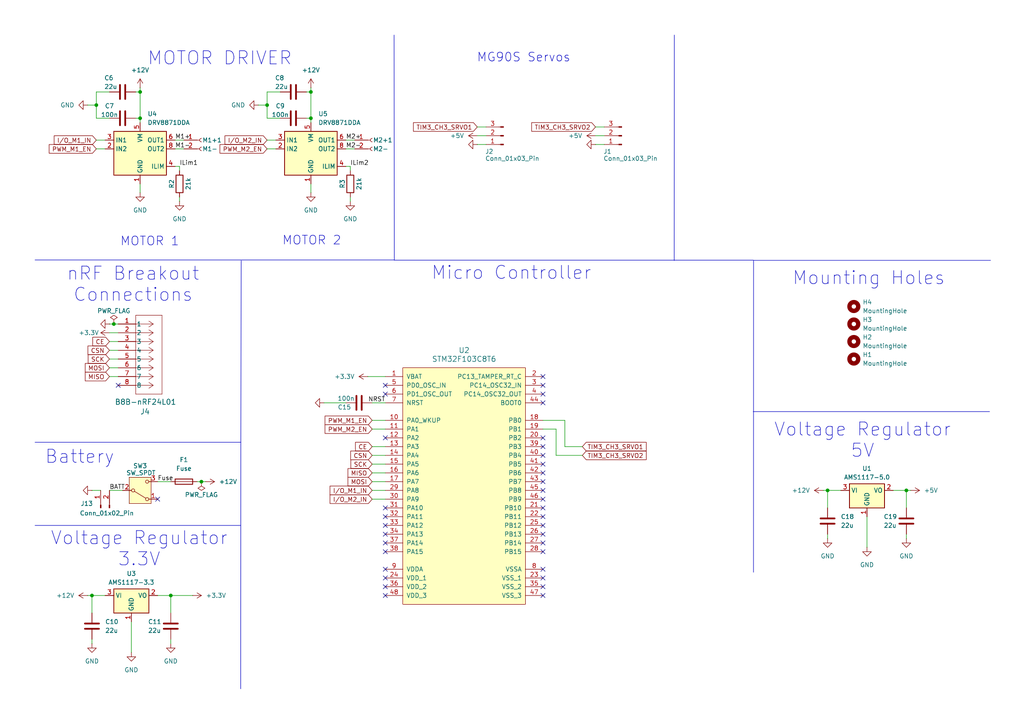
<source format=kicad_sch>
(kicad_sch (version 20250114) (generator "eeschema") (generator_version "9.0")
  (paper "A4")
  (lib_symbols
    (symbol "+12V_1" (power) (pin_numbers (hide yes)) (pin_names (offset 0) (hide yes))
      (property "Value" "+12V" (at 0 3.556 0))
      (symbol "+12V_1_0_1"
        (polyline (pts (xy -0.762 1.27) (xy 0 2.54)))
        (polyline (pts (xy 0 2.54) (xy 0.762 1.27)))
        (polyline (pts (xy 0 0) (xy 0 2.54)))
      )
      (symbol "+12V_1_1_1"
        (pin power_in line (at 0 0 90) (length 0) (name "~") (number "1"))
      )
    )
    (symbol "B8B-PHDSS:B8B-PHDSSLFSN" (pin_names (offset 0.254))
      (property "Reference" "J" (at 8.89 6.35 0))
      (property "Value" "B8B-PHDSSLFSN" (at 0 0 0))
      (symbol "B8B-PHDSSLFSN_1_1"
        (polyline (pts (xy 5.08 2.54) (xy 5.08 -20.32)) (stroke (width 0.127)))
        (polyline (pts (xy 5.08 -20.32) (xy 12.7 -20.32)) (stroke (width 0.127)))
        (polyline (pts (xy 10.16 0) (xy 5.08 0)) (stroke (width 0.127)))
        (polyline (pts (xy 10.16 0) (xy 8.89 0.8467)) (stroke (width 0.127)))
        (polyline (pts (xy 10.16 0) (xy 8.89 -0.8467)) (stroke (width 0.127)))
        (polyline (pts (xy 10.16 -2.54) (xy 5.08 -2.54)) (stroke (width 0.127)))
        (polyline (pts (xy 10.16 -2.54) (xy 8.89 -1.6933)) (stroke (width 0.127)))
        (polyline (pts (xy 10.16 -2.54) (xy 8.89 -3.3867)) (stroke (width 0.127)))
        (polyline (pts (xy 10.16 -5.08) (xy 5.08 -5.08)) (stroke (width 0.127)))
        (polyline (pts (xy 10.16 -5.08) (xy 8.89 -4.2333)) (stroke (width 0.127)))
        (polyline (pts (xy 10.16 -5.08) (xy 8.89 -5.9267)) (stroke (width 0.127)))
        (polyline (pts (xy 10.16 -7.62) (xy 5.08 -7.62)) (stroke (width 0.127)))
        (polyline (pts (xy 10.16 -7.62) (xy 8.89 -6.7733)) (stroke (width 0.127)))
        (polyline (pts (xy 10.16 -7.62) (xy 8.89 -8.4667)) (stroke (width 0.127)))
        (polyline (pts (xy 10.16 -10.16) (xy 5.08 -10.16)) (stroke (width 0.127)))
        (polyline (pts (xy 10.16 -10.16) (xy 8.89 -9.3133)) (stroke (width 0.127)))
        (polyline (pts (xy 10.16 -10.16) (xy 8.89 -11.0067)) (stroke (width 0.127)))
        (polyline (pts (xy 10.16 -12.7) (xy 5.08 -12.7)) (stroke (width 0.127)))
        (polyline (pts (xy 10.16 -12.7) (xy 8.89 -11.8533)) (stroke (width 0.127)))
        (polyline (pts (xy 10.16 -12.7) (xy 8.89 -13.5467)) (stroke (width 0.127)))
        (polyline (pts (xy 10.16 -15.24) (xy 5.08 -15.24)) (stroke (width 0.127)))
        (polyline (pts (xy 10.16 -15.24) (xy 8.89 -14.3933)) (stroke (width 0.127)))
        (polyline (pts (xy 10.16 -15.24) (xy 8.89 -16.0867)) (stroke (width 0.127)))
        (polyline (pts (xy 10.16 -17.78) (xy 5.08 -17.78)) (stroke (width 0.127)))
        (polyline (pts (xy 10.16 -17.78) (xy 8.89 -16.9333)) (stroke (width 0.127)))
        (polyline (pts (xy 10.16 -17.78) (xy 8.89 -18.6267)) (stroke (width 0.127)))
        (polyline (pts (xy 12.7 2.54) (xy 5.08 2.54)) (stroke (width 0.127)))
        (polyline (pts (xy 12.7 -20.32) (xy 12.7 2.54)) (stroke (width 0.127)))
        (pin unspecified line (at 0 0 0) (length 5.08) (name "1") (number "1"))
        (pin unspecified line (at 0 -2.54 0) (length 5.08) (name "2") (number "2"))
        (pin unspecified line (at 0 -5.08 0) (length 5.08) (name "3") (number "3"))
        (pin unspecified line (at 0 -7.62 0) (length 5.08) (name "4") (number "4"))
        (pin unspecified line (at 0 -10.16 0) (length 5.08) (name "5") (number "5"))
        (pin unspecified line (at 0 -12.7 0) (length 5.08) (name "6") (number "6"))
        (pin unspecified line (at 0 -15.24 0) (length 5.08) (name "7") (number "7"))
        (pin unspecified line (at 0 -17.78 0) (length 5.08) (name "8") (number "8"))
      )
      (symbol "B8B-PHDSSLFSN_1_2"
        (polyline (pts (xy 5.08 2.54) (xy 5.08 -20.32)) (stroke (width 0.127)))
        (polyline (pts (xy 5.08 -20.32) (xy 12.7 -20.32)) (stroke (width 0.127)))
        (polyline (pts (xy 7.62 0) (xy 5.08 0)) (stroke (width 0.127)))
        (polyline (pts (xy 7.62 0) (xy 8.89 0.8467)) (stroke (width 0.127)))
        (polyline (pts (xy 7.62 0) (xy 8.89 -0.8467)) (stroke (width 0.127)))
        (polyline (pts (xy 7.62 -2.54) (xy 5.08 -2.54)) (stroke (width 0.127)))
        (polyline (pts (xy 7.62 -2.54) (xy 8.89 -1.6933)) (stroke (width 0.127)))
        (polyline (pts (xy 7.62 -2.54) (xy 8.89 -3.3867)) (stroke (width 0.127)))
        (polyline (pts (xy 7.62 -5.08) (xy 5.08 -5.08)) (stroke (width 0.127)))
        (polyline (pts (xy 7.62 -5.08) (xy 8.89 -4.2333)) (stroke (width 0.127)))
        (polyline (pts (xy 7.62 -5.08) (xy 8.89 -5.9267)) (stroke (width 0.127)))
        (polyline (pts (xy 7.62 -7.62) (xy 5.08 -7.62)) (stroke (width 0.127)))
        (polyline (pts (xy 7.62 -7.62) (xy 8.89 -6.7733)) (stroke (width 0.127)))
        (polyline (pts (xy 7.62 -7.62) (xy 8.89 -8.4667)) (stroke (width 0.127)))
        (polyline (pts (xy 7.62 -10.16) (xy 5.08 -10.16)) (stroke (width 0.127)))
        (polyline (pts (xy 7.62 -10.16) (xy 8.89 -9.3133)) (stroke (width 0.127)))
        (polyline (pts (xy 7.62 -10.16) (xy 8.89 -11.0067)) (stroke (width 0.127)))
        (polyline (pts (xy 7.62 -12.7) (xy 5.08 -12.7)) (stroke (width 0.127)))
        (polyline (pts (xy 7.62 -12.7) (xy 8.89 -11.8533)) (stroke (width 0.127)))
        (polyline (pts (xy 7.62 -12.7) (xy 8.89 -13.5467)) (stroke (width 0.127)))
        (polyline (pts (xy 7.62 -15.24) (xy 5.08 -15.24)) (stroke (width 0.127)))
        (polyline (pts (xy 7.62 -15.24) (xy 8.89 -14.3933)) (stroke (width 0.127)))
        (polyline (pts (xy 7.62 -15.24) (xy 8.89 -16.0867)) (stroke (width 0.127)))
        (polyline (pts (xy 7.62 -17.78) (xy 5.08 -17.78)) (stroke (width 0.127)))
        (polyline (pts (xy 7.62 -17.78) (xy 8.89 -16.9333)) (stroke (width 0.127)))
        (polyline (pts (xy 7.62 -17.78) (xy 8.89 -18.6267)) (stroke (width 0.127)))
        (polyline (pts (xy 12.7 2.54) (xy 5.08 2.54)) (stroke (width 0.127)))
        (polyline (pts (xy 12.7 -20.32) (xy 12.7 2.54)) (stroke (width 0.127)))
        (pin unspecified line (at 0 0 0) (length 5.08) (name "1") (number "1"))
        (pin unspecified line (at 0 -2.54 0) (length 5.08) (name "2") (number "2"))
        (pin unspecified line (at 0 -5.08 0) (length 5.08) (name "3") (number "3"))
        (pin unspecified line (at 0 -7.62 0) (length 5.08) (name "4") (number "4"))
        (pin unspecified line (at 0 -10.16 0) (length 5.08) (name "5") (number "5"))
        (pin unspecified line (at 0 -12.7 0) (length 5.08) (name "6") (number "6"))
        (pin unspecified line (at 0 -15.24 0) (length 5.08) (name "7") (number "7"))
        (pin unspecified line (at 0 -17.78 0) (length 5.08) (name "8") (number "8"))
      )
    )
    (symbol "Connector:Conn_01x02_Pin" (pin_names (offset 1.016) (hide yes))
      (property "Reference" "J" (at 0 2.54 0))
      (property "Value" "Conn_01x02_Pin" (at 0 -5.08 0))
      (symbol "Conn_01x02_Pin_1_1"
        (rectangle (start 0.8636 0.127) (end 0 -0.127) (stroke (width 0.1524)) (fill (type outline)))
        (rectangle (start 0.8636 -2.413) (end 0 -2.667) (stroke (width 0.1524)) (fill (type outline)))
        (polyline (pts (xy 1.27 0) (xy 0.8636 0)) (stroke (width 0.1524)))
        (polyline (pts (xy 1.27 -2.54) (xy 0.8636 -2.54)) (stroke (width 0.1524)))
        (pin passive line (at 5.08 0 180) (length 3.81) (name "Pin_1") (number "1"))
        (pin passive line (at 5.08 -2.54 180) (length 3.81) (name "Pin_2") (number "2"))
      )
    )
    (symbol "Connector:Conn_01x02_Socket" (pin_names (offset 1.016) (hide yes))
      (property "Reference" "J" (at 0 2.54 0))
      (property "Value" "Conn_01x02_Socket" (at 0 -5.08 0))
      (symbol "Conn_01x02_Socket_1_1"
        (polyline (pts (xy -1.27 0) (xy -0.508 0)) (stroke (width 0.1524)))
        (polyline (pts (xy -1.27 -2.54) (xy -0.508 -2.54)) (stroke (width 0.1524)))
        (arc (start 0 -0.508) (mid -0.5058 0) (end 0 0.508) (stroke (width 0.1524)))
        (arc (start 0 -3.048) (mid -0.5058 -2.54) (end 0 -2.032) (stroke (width 0.1524)))
        (pin passive line (at -5.08 0 0) (length 3.81) (name "Pin_1") (number "1"))
        (pin passive line (at -5.08 -2.54 0) (length 3.81) (name "Pin_2") (number "2"))
      )
    )
    (symbol "Connector:Conn_01x03_Pin" (pin_names (offset 1.016) (hide yes))
      (property "Reference" "J" (at 0 5.08 0))
      (property "Value" "Conn_01x03_Pin" (at 0 -5.08 0))
      (symbol "Conn_01x03_Pin_1_1"
        (rectangle (start 0.8636 2.667) (end 0 2.413) (stroke (width 0.1524)) (fill (type outline)))
        (rectangle (start 0.8636 0.127) (end 0 -0.127) (stroke (width 0.1524)) (fill (type outline)))
        (rectangle (start 0.8636 -2.413) (end 0 -2.667) (stroke (width 0.1524)) (fill (type outline)))
        (polyline (pts (xy 1.27 2.54) (xy 0.8636 2.54)) (stroke (width 0.1524)))
        (polyline (pts (xy 1.27 0) (xy 0.8636 0)) (stroke (width 0.1524)))
        (polyline (pts (xy 1.27 -2.54) (xy 0.8636 -2.54)) (stroke (width 0.1524)))
        (pin passive line (at 5.08 2.54 180) (length 3.81) (name "Pin_1") (number "1"))
        (pin passive line (at 5.08 0 180) (length 3.81) (name "Pin_2") (number "2"))
        (pin passive line (at 5.08 -2.54 180) (length 3.81) (name "Pin_3") (number "3"))
      )
    )
    (symbol "Device:C" (pin_numbers (hide yes)) (pin_names (offset 0.254))
      (property "Reference" "C" (at 0.635 2.54 0))
      (property "Value" "C" (at 0.635 -2.54 0))
      (symbol "C_0_1"
        (polyline (pts (xy -2.032 0.762) (xy 2.032 0.762)) (stroke (width 0.508)))
        (polyline (pts (xy -2.032 -0.762) (xy 2.032 -0.762)) (stroke (width 0.508)))
      )
      (symbol "C_1_1"
        (pin passive line (at 0 3.81 270) (length 2.794) (name "~") (number "1"))
        (pin passive line (at 0 -3.81 90) (length 2.794) (name "~") (number "2"))
      )
    )
    (symbol "Device:Fuse" (pin_numbers (hide yes)) (pin_names (offset 0))
      (property "Reference" "F" (at 2.032 0 90))
      (property "Value" "Fuse" (at -1.905 0 90))
      (symbol "Fuse_0_1"
        (rectangle (start -0.762 -2.54) (end 0.762 2.54) (stroke (width 0.254)))
        (polyline (pts (xy 0 2.54) (xy 0 -2.54)))
      )
      (symbol "Fuse_1_1"
        (pin passive line (at 0 3.81 270) (length 1.27) (name "~") (number "1"))
        (pin passive line (at 0 -3.81 90) (length 1.27) (name "~") (number "2"))
      )
    )
    (symbol "Device:R" (pin_numbers (hide yes)) (pin_names (offset 0))
      (property "Reference" "R" (at 2.032 0 90))
      (property "Value" "R" (at 0 0 90))
      (symbol "R_0_1"
        (rectangle (start -1.016 -2.54) (end 1.016 2.54) (stroke (width 0.254)))
      )
      (symbol "R_1_1"
        (pin passive line (at 0 3.81 270) (length 1.27) (name "~") (number "1"))
        (pin passive line (at 0 -3.81 90) (length 1.27) (name "~") (number "2"))
      )
    )
    (symbol "Driver_Motor:DRV8871DDA"
      (property "Reference" "U" (at -6.35 6.35 0))
      (property "Value" "DRV8871DDA" (at 8.89 6.35 0))
      (symbol "DRV8871DDA_0_1"
        (rectangle (start -7.62 5.08) (end 7.62 -7.62) (stroke (width 0.254)) (fill (type background)))
      )
      (symbol "DRV8871DDA_1_1"
        (pin input line (at -10.16 2.54 0) (length 2.54) (name "IN1") (number "3"))
        (pin input line (at -10.16 0 0) (length 2.54) (name "IN2") (number "2"))
        (pin power_in line (at 0 7.62 270) (length 2.54) (name "VM") (number "5"))
        (pin power_in line (at 0 -10.16 90) (length 2.54) (name "GND") (number "1"))
        (pin passive line (at 0 -10.16 90) (length 2.54) (hide yes) (name "GND") (number "7"))
        (pin passive line (at 0 -10.16 90) (length 2.54) (hide yes) (name "GND") (number "9"))
        (pin output line (at 10.16 2.54 180) (length 2.54) (name "OUT1") (number "6"))
        (pin output line (at 10.16 0 180) (length 2.54) (name "OUT2") (number "8"))
        (pin passive line (at 10.16 -5.08 180) (length 2.54) (name "ILIM") (number "4"))
      )
    )
    (symbol "Mechanical:MountingHole" (pin_names (offset 1.016)) (in_bom no)
      (property "Reference" "H" (at 0 5.08 0))
      (property "Value" "MountingHole" (at 0 3.175 0))
      (symbol "MountingHole_0_1"
        (circle (center 0 0) (radius 1.27) (stroke (width 1.27)))
      )
    )
    (symbol "RC25_stm32f103c8t6:STM32F103C8T6" (pin_names (offset 1.016))
      (property "Reference" "U" (at 5.08 0 0))
      (property "Value" "STM32F103C8T6" (at 0 0 0))
      (symbol "STM32F103C8T6_0_1"
        (rectangle (start -17.78 33.02) (end 17.78 -35.56) (fill (type background)))
      )
      (symbol "STM32F103C8T6_1_1"
        (pin power_in line (at -22.86 30.48 0) (length 5.08) (name "VBAT") (number "1"))
        (pin input line (at -22.86 27.94 0) (length 5.08) (name "PD0_OSC_IN") (number "5"))
        (pin output line (at -22.86 25.4 0) (length 5.08) (name "PD1_OSC_OUT") (number "6"))
        (pin bidirectional line (at -22.86 22.86 0) (length 5.08) (name "NRST") (number "7"))
        (pin bidirectional line (at -22.86 17.78 0) (length 5.08) (name "PA0_WKUP") (number "10"))
        (pin bidirectional line (at -22.86 15.24 0) (length 5.08) (name "PA1") (number "11"))
        (pin bidirectional line (at -22.86 12.7 0) (length 5.08) (name "PA2") (number "12"))
        (pin bidirectional line (at -22.86 10.16 0) (length 5.08) (name "PA3") (number "13"))
        (pin bidirectional line (at -22.86 7.62 0) (length 5.08) (name "PA4") (number "14"))
        (pin bidirectional line (at -22.86 5.08 0) (length 5.08) (name "PA5") (number "15"))
        (pin bidirectional line (at -22.86 2.54 0) (length 5.08) (name "PA6") (number "16"))
        (pin bidirectional line (at -22.86 0 0) (length 5.08) (name "PA7") (number "17"))
        (pin bidirectional line (at -22.86 -2.54 0) (length 5.08) (name "PA8") (number "29"))
        (pin bidirectional line (at -22.86 -5.08 0) (length 5.08) (name "PA9") (number "30"))
        (pin bidirectional line (at -22.86 -7.62 0) (length 5.08) (name "PA10") (number "31"))
        (pin bidirectional line (at -22.86 -10.16 0) (length 5.08) (name "PA11") (number "32"))
        (pin bidirectional line (at -22.86 -12.7 0) (length 5.08) (name "PA12") (number "33"))
        (pin bidirectional line (at -22.86 -15.24 0) (length 5.08) (name "PA13") (number "34"))
        (pin power_in line (at -22.86 -17.78 0) (length 5.08) (name "PA14") (number "37"))
        (pin power_in line (at -22.86 -20.32 0) (length 5.08) (name "PA15") (number "38"))
        (pin power_in line (at -22.86 -25.4 0) (length 5.08) (name "VDDA") (number "9"))
        (pin power_in line (at -22.86 -27.94 0) (length 5.08) (name "VDD_1") (number "24"))
        (pin power_in line (at -22.86 -30.48 0) (length 5.08) (name "VDD_2") (number "36"))
        (pin power_in line (at -22.86 -33.02 0) (length 5.08) (name "VDD_3") (number "48"))
        (pin bidirectional line (at 22.86 30.48 180) (length 5.08) (name "PC13_TAMPER_RT_C") (number "2"))
        (pin bidirectional line (at 22.86 27.94 180) (length 5.08) (name "PC14_OSC32_IN") (number "3"))
        (pin bidirectional line (at 22.86 25.4 180) (length 5.08) (name "PC14_OSC32_OUT") (number "4"))
        (pin power_in line (at 22.86 22.86 180) (length 5.08) (name "BOOT0") (number "44"))
        (pin bidirectional line (at 22.86 17.78 180) (length 5.08) (name "PB0") (number "18"))
        (pin bidirectional line (at 22.86 15.24 180) (length 5.08) (name "PB1") (number "19"))
        (pin bidirectional line (at 22.86 12.7 180) (length 5.08) (name "PB2") (number "20"))
        (pin bidirectional line (at 22.86 10.16 180) (length 5.08) (name "PB3") (number "39"))
        (pin bidirectional line (at 22.86 7.62 180) (length 5.08) (name "PB4") (number "40"))
        (pin bidirectional line (at 22.86 5.08 180) (length 5.08) (name "PB5") (number "41"))
        (pin bidirectional line (at 22.86 2.54 180) (length 5.08) (name "PB6") (number "42"))
        (pin bidirectional line (at 22.86 0 180) (length 5.08) (name "PB7") (number "43"))
        (pin bidirectional line (at 22.86 -2.54 180) (length 5.08) (name "PB8") (number "45"))
        (pin bidirectional line (at 22.86 -5.08 180) (length 5.08) (name "PB9") (number "46"))
        (pin bidirectional line (at 22.86 -7.62 180) (length 5.08) (name "PB10") (number "21"))
        (pin bidirectional line (at 22.86 -10.16 180) (length 5.08) (name "PB11") (number "22"))
        (pin bidirectional line (at 22.86 -12.7 180) (length 5.08) (name "PB12") (number "25"))
        (pin bidirectional line (at 22.86 -15.24 180) (length 5.08) (name "PB13") (number "26"))
        (pin bidirectional line (at 22.86 -17.78 180) (length 5.08) (name "PB14") (number "27"))
        (pin bidirectional line (at 22.86 -20.32 180) (length 5.08) (name "PB15") (number "28"))
        (pin power_in line (at 22.86 -25.4 180) (length 5.08) (name "VSSA") (number "8"))
        (pin power_in line (at 22.86 -27.94 180) (length 5.08) (name "VSS_1") (number "23"))
        (pin power_in line (at 22.86 -30.48 180) (length 5.08) (name "VSS_2") (number "35"))
        (pin power_in line (at 22.86 -33.02 180) (length 5.08) (name "VSS_3") (number "47"))
      )
    )
    (symbol "Regulator_Linear:AMS1117-3.3"
      (property "Reference" "U" (at -3.81 3.175 0))
      (property "Value" "AMS1117-3.3" (at 0 3.175 0))
      (symbol "AMS1117-3.3_0_1"
        (rectangle (start -5.08 -5.08) (end 5.08 1.905) (stroke (width 0.254)) (fill (type background)))
      )
      (symbol "AMS1117-3.3_1_1"
        (pin power_in line (at -7.62 0 0) (length 2.54) (name "VI") (number "3"))
        (pin power_in line (at 0 -7.62 90) (length 2.54) (name "GND") (number "1"))
        (pin power_out line (at 7.62 0 180) (length 2.54) (name "VO") (number "2"))
      )
    )
    (symbol "Regulator_Linear:AMS1117-5.0"
      (property "Reference" "U" (at -3.81 3.175 0))
      (property "Value" "AMS1117-5.0" (at 0 3.175 0))
      (symbol "AMS1117-5.0_0_1"
        (rectangle (start -5.08 -5.08) (end 5.08 1.905) (stroke (width 0.254)) (fill (type background)))
      )
      (symbol "AMS1117-5.0_1_1"
        (pin power_in line (at -7.62 0 0) (length 2.54) (name "VI") (number "3"))
        (pin power_in line (at 0 -7.62 90) (length 2.54) (name "GND") (number "1"))
        (pin power_out line (at 7.62 0 180) (length 2.54) (name "VO") (number "2"))
      )
    )
    (symbol "Switch:SW_SPDT" (pin_names (offset 0) (hide yes))
      (property "Reference" "SW" (at 0 5.08 0))
      (property "Value" "SW_SPDT" (at 0 -5.08 0))
      (symbol "SW_SPDT_0_1"
        (circle (center -2.032 0) (radius 0.4572))
        (polyline (pts (xy -1.651 0.254) (xy 1.651 2.286)))
        (circle (center 2.032 2.54) (radius 0.4572))
        (circle (center 2.032 -2.54) (radius 0.4572))
      )
      (symbol "SW_SPDT_1_1"
        (rectangle (start -3.175 3.81) (end 3.175 -3.81) (fill (type background)))
        (pin passive line (at -5.08 0 0) (length 2.54) (name "B") (number "2"))
        (pin passive line (at 5.08 2.54 180) (length 2.54) (name "A") (number "1"))
        (pin passive line (at 5.08 -2.54 180) (length 2.54) (name "C") (number "3"))
      )
    )
    (symbol "power:+3V3" (power) (pin_numbers (hide yes)) (pin_names (offset 0) (hide yes))
      (property "Value" "+3V3" (at 0 3.556 0))
      (symbol "+3V3_0_1"
        (polyline (pts (xy -0.762 1.27) (xy 0 2.54)))
        (polyline (pts (xy 0 2.54) (xy 0.762 1.27)))
        (polyline (pts (xy 0 0) (xy 0 2.54)))
      )
      (symbol "+3V3_1_1"
        (pin power_in line (at 0 0 90) (length 0) (name "~") (number "1"))
      )
    )
    (symbol "power:GND" (power) (pin_numbers (hide yes)) (pin_names (offset 0) (hide yes))
      (property "Value" "GND" (at 0 -3.81 0))
      (symbol "GND_0_1"
        (polyline (pts (xy 0 0) (xy 0 -1.27) (xy 1.27 -1.27) (xy 0 -2.54) (xy -1.27 -1.27) (xy 0 -1.27)))
      )
      (symbol "GND_1_1"
        (pin power_in line (at 0 0 270) (length 0) (name "~") (number "1"))
      )
    )
    (symbol "power:PWR_FLAG" (power) (pin_numbers (hide yes)) (pin_names (offset 0) (hide yes))
      (property "Value" "PWR_FLAG" (at 0 3.81 0))
      (symbol "PWR_FLAG_0_0"
        (pin power_out line (at 0 0 90) (length 0) (name "~") (number "1"))
      )
      (symbol "PWR_FLAG_0_1"
        (polyline (pts (xy 0 0) (xy 0 1.27) (xy -1.016 1.905) (xy 0 2.54) (xy 1.016 1.905) (xy 0 1.27)))
      )
    )
  )
  (text "nRF Breakout\nConnections" (at 38.608 82.55 0) (effects (font (size 3.81 3.81))))
  (text "Voltage Regulator\n3.3V" (at 40.386 159.258 0) (effects (font (size 3.81 3.81))))
  (text "MOTOR DRIVER" (at 63.754 17.018 0) (effects (font (size 3.81 3.81))))
  (text "Micro Controller" (at 148.336 79.248 0) (effects (font (size 3.81 3.81))))
  (text "MG90S Servos" (at 151.892 16.764 0) (effects (font (size 2.54 2.54))))
  (text "MOTOR 1" (at 43.434 70.104 0) (effects (font (size 2.54 2.54))))
  (text "MOTOR 2" (at 90.424 69.85 0) (effects (font (size 2.54 2.54))))
  (text "Battery" (at 23.114 132.588 0) (effects (font (size 3.81 3.81))))
  (text "Mounting Holes" (at 251.968 80.772 0) (effects (font (size 3.81 3.81))))
  (text "Voltage Regulator\n5V" (at 250.19 127.762 0) (effects (font (size 3.81 3.81))))
  (junction (at 27.94 30.48))
  (junction (at 33.02 93.98))
  (junction (at 240.03 142.24))
  (junction (at 40.64 26.67))
  (junction (at 58.42 139.7))
  (junction (at 90.17 26.67))
  (junction (at 90.17 34.29))
  (junction (at 26.67 172.72))
  (junction (at 77.47 30.48))
  (junction (at 49.53 172.72))
  (junction (at 262.89 142.24))
  (junction (at 40.64 34.29))
  (no_connect (at 157.48 114.3))
  (no_connect (at 111.76 160.02))
  (no_connect (at 157.48 149.86))
  (no_connect (at 157.48 172.72))
  (no_connect (at 157.48 132.08))
  (no_connect (at 157.48 137.16))
  (no_connect (at 157.48 127))
  (no_connect (at 157.48 144.78))
  (no_connect (at 157.48 134.62))
  (no_connect (at 111.76 172.72))
  (no_connect (at 157.48 142.24))
  (no_connect (at 111.76 157.48))
  (no_connect (at 111.76 165.1))
  (no_connect (at 157.48 129.54))
  (no_connect (at 45.72 144.78))
  (no_connect (at 157.48 170.18))
  (no_connect (at 111.76 170.18))
  (no_connect (at 157.48 116.84))
  (no_connect (at 157.48 139.7))
  (no_connect (at 111.76 114.3))
  (no_connect (at 157.48 109.22))
  (no_connect (at 111.76 152.4))
  (no_connect (at 111.76 111.76))
  (no_connect (at 34.29 111.76))
  (no_connect (at 157.48 111.76))
  (no_connect (at 111.76 149.86))
  (no_connect (at 157.48 154.94))
  (no_connect (at 111.76 147.32))
  (no_connect (at 111.76 127))
  (no_connect (at 157.48 165.1))
  (no_connect (at 157.48 157.48))
  (no_connect (at 111.76 154.94))
  (no_connect (at 111.76 167.64))
  (no_connect (at 157.48 160.02))
  (no_connect (at 157.48 147.32))
  (no_connect (at 157.48 167.64))
  (no_connect (at 157.48 152.4))
  (wire (pts (xy 25.4 172.72) (xy 26.67 172.72)))
  (wire (pts (xy 163.83 121.92) (xy 163.83 129.54)))
  (polyline (pts (xy 195.546 75.5741) (xy 195.58 10.16)))
  (wire (pts (xy 240.03 142.24) (xy 240.03 147.32)))
  (wire (pts (xy 240.03 156.21) (xy 240.03 154.94)))
  (wire (pts (xy 27.94 30.48) (xy 27.94 34.29)))
  (wire (pts (xy 101.6 48.26) (xy 101.6 49.53)))
  (wire (pts (xy 111.76 134.62) (xy 107.95 134.62)))
  (wire (pts (xy 77.47 30.48) (xy 77.47 34.29)))
  (wire (pts (xy 88.9 34.29) (xy 90.17 34.29)))
  (wire (pts (xy 31.75 106.68) (xy 34.29 106.68)))
  (wire (pts (xy 138.43 36.83) (xy 140.97 36.83)))
  (wire (pts (xy 25.4 30.48) (xy 27.94 30.48)))
  (wire (pts (xy 77.47 26.67) (xy 81.28 26.67)))
  (wire (pts (xy 102.87 40.64) (xy 100.33 40.64)))
  (wire (pts (xy 40.64 53.34) (xy 40.64 55.88)))
  (wire (pts (xy 111.76 142.24) (xy 107.95 142.24)))
  (wire (pts (xy 90.17 34.29) (xy 90.17 35.56)))
  (wire (pts (xy 262.89 142.24) (xy 262.89 147.32)))
  (wire (pts (xy 157.48 121.92) (xy 163.83 121.92)))
  (wire (pts (xy 251.46 149.86) (xy 251.46 158.75)))
  (wire (pts (xy 90.17 26.67) (xy 90.17 34.29)))
  (wire (pts (xy 88.9 26.67) (xy 90.17 26.67)))
  (wire (pts (xy 55.88 172.72) (xy 49.53 172.72)))
  (wire (pts (xy 31.75 104.14) (xy 34.29 104.14)))
  (wire (pts (xy 264.16 142.24) (xy 262.89 142.24)))
  (wire (pts (xy 77.47 26.67) (xy 77.47 30.48)))
  (wire (pts (xy 93.98 116.84) (xy 100.33 116.84)))
  (wire (pts (xy 111.76 129.54) (xy 107.95 129.54)))
  (wire (pts (xy 161.29 124.46) (xy 157.48 124.46)))
  (wire (pts (xy 35.56 142.24) (xy 31.75 142.24)))
  (wire (pts (xy 31.75 96.52) (xy 34.29 96.52)))
  (wire (pts (xy 163.83 129.54) (xy 168.91 129.54)))
  (wire (pts (xy 40.64 34.29) (xy 40.64 35.56)))
  (wire (pts (xy 26.67 186.69) (xy 26.67 185.42)))
  (wire (pts (xy 111.76 132.08) (xy 107.95 132.08)))
  (wire (pts (xy 40.64 25.4) (xy 40.64 26.67)))
  (wire (pts (xy 172.72 36.83) (xy 175.26 36.83)))
  (wire (pts (xy 77.47 34.29) (xy 81.28 34.29)))
  (wire (pts (xy 39.37 34.29) (xy 40.64 34.29)))
  (wire (pts (xy 111.76 124.46) (xy 107.95 124.46)))
  (polyline (pts (xy 69.814 199.7826) (xy 69.85 128.27)))
  (wire (pts (xy 53.34 40.64) (xy 50.8 40.64)))
  (polyline (pts (xy 10.16 75.4031) (xy 114.3626 75.4031)))
  (wire (pts (xy 39.37 26.67) (xy 40.64 26.67)))
  (wire (pts (xy 101.6 57.15) (xy 101.6 58.42)))
  (wire (pts (xy 26.67 142.24) (xy 29.21 142.24)))
  (wire (pts (xy 40.64 26.67) (xy 40.64 34.29)))
  (wire (pts (xy 172.72 41.91) (xy 175.26 41.91)))
  (wire (pts (xy 31.75 99.06) (xy 34.29 99.06)))
  (wire (pts (xy 161.29 132.08) (xy 161.29 124.46)))
  (wire (pts (xy 77.47 40.64) (xy 80.01 40.64)))
  (wire (pts (xy 106.68 109.22) (xy 111.76 109.22)))
  (wire (pts (xy 138.43 39.37) (xy 140.97 39.37)))
  (wire (pts (xy 45.72 172.72) (xy 49.53 172.72)))
  (wire (pts (xy 100.33 48.26) (xy 101.6 48.26)))
  (wire (pts (xy 111.76 144.78) (xy 107.95 144.78)))
  (wire (pts (xy 168.91 132.08) (xy 161.29 132.08)))
  (wire (pts (xy 111.76 139.7) (xy 107.95 139.7)))
  (wire (pts (xy 107.95 116.84) (xy 111.76 116.84)))
  (wire (pts (xy 111.76 121.92) (xy 107.95 121.92)))
  (wire (pts (xy 240.03 142.24) (xy 243.84 142.24)))
  (wire (pts (xy 74.93 30.48) (xy 77.47 30.48)))
  (wire (pts (xy 138.43 41.91) (xy 140.97 41.91)))
  (wire (pts (xy 49.53 139.7) (xy 45.72 139.7)))
  (polyline (pts (xy 69.85 128.27) (xy 69.9545 75.5996)))
  (wire (pts (xy 90.17 25.4) (xy 90.17 26.67)))
  (wire (pts (xy 53.34 43.18) (xy 50.8 43.18)))
  (wire (pts (xy 27.94 43.18) (xy 30.48 43.18)))
  (wire (pts (xy 27.94 40.64) (xy 30.48 40.64)))
  (wire (pts (xy 50.8 48.26) (xy 52.07 48.26)))
  (wire (pts (xy 27.94 26.67) (xy 31.75 26.67)))
  (wire (pts (xy 27.94 26.67) (xy 27.94 30.48)))
  (polyline (pts (xy 218.5435 165.9764) (xy 218.5651 75.4895)))
  (wire (pts (xy 90.17 53.34) (xy 90.17 55.88)))
  (polyline (pts (xy 218.7261 75.5117) (xy 287.3061 75.5117)))
  (polyline (pts (xy 10.16 152.4) (xy 69.85 152.4)))
  (wire (pts (xy 77.47 43.18) (xy 80.01 43.18)))
  (wire (pts (xy 31.75 93.98) (xy 33.02 93.98)))
  (wire (pts (xy 111.76 137.16) (xy 107.95 137.16)))
  (polyline (pts (xy 114.3538 75.4577) (xy 218.5564 75.4577)))
  (wire (pts (xy 59.69 139.7) (xy 58.42 139.7)))
  (wire (pts (xy 102.87 43.18) (xy 100.33 43.18)))
  (polyline (pts (xy 114.3626 75.4031) (xy 114.3 10.16)))
  (wire (pts (xy 26.67 172.72) (xy 30.48 172.72)))
  (wire (pts (xy 49.53 186.69) (xy 49.53 185.42)))
  (wire (pts (xy 259.08 142.24) (xy 262.89 142.24)))
  (polyline (pts (xy 218.44 119.38) (xy 287.02 119.38)))
  (wire (pts (xy 33.02 93.98) (xy 34.29 93.98)))
  (wire (pts (xy 31.75 109.22) (xy 34.29 109.22)))
  (wire (pts (xy 52.07 48.26) (xy 52.07 49.53)))
  (wire (pts (xy 38.1 180.34) (xy 38.1 189.23)))
  (wire (pts (xy 172.72 39.37) (xy 175.26 39.37)))
  (wire (pts (xy 31.75 101.6) (xy 34.29 101.6)))
  (wire (pts (xy 49.53 172.72) (xy 49.53 177.8)))
  (wire (pts (xy 238.76 142.24) (xy 240.03 142.24)))
  (wire (pts (xy 58.42 139.7) (xy 57.15 139.7)))
  (wire (pts (xy 26.67 172.72) (xy 26.67 177.8)))
  (wire (pts (xy 52.07 57.15) (xy 52.07 58.42)))
  (polyline (pts (xy 10.16 128.27) (xy 69.85 128.27)))
  (wire (pts (xy 262.89 156.21) (xy 262.89 154.94)))
  (wire (pts (xy 27.94 34.29) (xy 31.75 34.29)))
  (label "M2-" (at 100.33 43.18 0))
  (label "NRST" (at 111.76 116.84 180))
  (label "BATT" (at 31.75 142.24 0))
  (label "M1+" (at 50.8 40.64 0))
  (label "ILim1" (at 52.07 48.26 0))
  (label "Fuse" (at 45.72 139.7 0))
  (label "ILim2" (at 101.6 48.26 0))
  (label "M1-" (at 50.8 43.18 0))
  (label "M2+" (at 100.33 40.64 0))
  (global_label "PWM_M2_EN" (shape input) (at 107.95 124.46 180) (property "Intersheetrefs" "${INTERSHEET_REFS}" (effects (hide yes))))
  (global_label "MISO" (shape input) (at 107.95 137.16 180) (property "Intersheetrefs" "${INTERSHEET_REFS}" (effects (hide yes))))
  (global_label "MISO" (shape input) (at 31.75 109.22 180) (property "Intersheetrefs" "${INTERSHEET_REFS}" (effects (hide yes))))
  (global_label "PWM_M2_EN" (shape input) (at 77.47 43.18 180) (property "Intersheetrefs" "${INTERSHEET_REFS}" (effects (hide yes))))
  (global_label "CE" (shape input) (at 31.75 99.06 180) (property "Intersheetrefs" "${INTERSHEET_REFS}" (effects (hide yes))))
  (global_label "I{slash}O_M2_IN" (shape input) (at 77.47 40.64 180) (property "Intersheetrefs" "${INTERSHEET_REFS}" (effects (hide yes))))
  (global_label "PWM_M1_EN" (shape input) (at 107.95 121.92 180) (property "Intersheetrefs" "${INTERSHEET_REFS}" (effects (hide yes))))
  (global_label "MOSI" (shape input) (at 107.95 139.7 180) (property "Intersheetrefs" "${INTERSHEET_REFS}" (effects (hide yes))))
  (global_label "TIM3_CH3_SRVO1" (shape input) (at 138.43 36.83 180) (property "Intersheetrefs" "${INTERSHEET_REFS}" (effects (hide yes))))
  (global_label "I{slash}O_M2_IN" (shape input) (at 107.95 144.78 180) (property "Intersheetrefs" "${INTERSHEET_REFS}" (effects (hide yes))))
  (global_label "TIM3_CH3_SRVO1" (shape input) (at 168.91 129.54 0) (property "Intersheetrefs" "${INTERSHEET_REFS}" (effects (hide yes))))
  (global_label "TIM3_CH3_SRVO2" (shape input) (at 172.72 36.83 180) (property "Intersheetrefs" "${INTERSHEET_REFS}" (effects (hide yes))))
  (global_label "I{slash}O_M1_IN" (shape input) (at 107.95 142.24 180) (property "Intersheetrefs" "${INTERSHEET_REFS}" (effects (hide yes))))
  (global_label "PWM_M1_EN" (shape input) (at 27.94 43.18 180) (property "Intersheetrefs" "${INTERSHEET_REFS}" (effects (hide yes))))
  (global_label "SCK" (shape input) (at 107.95 134.62 180) (property "Intersheetrefs" "${INTERSHEET_REFS}" (effects (hide yes))))
  (global_label "CSN" (shape input) (at 31.75 101.6 180) (property "Intersheetrefs" "${INTERSHEET_REFS}" (effects (hide yes))))
  (global_label "SCK" (shape input) (at 31.75 104.14 180) (property "Intersheetrefs" "${INTERSHEET_REFS}" (effects (hide yes))))
  (global_label "TIM3_CH3_SRVO2" (shape input) (at 168.91 132.08 0) (property "Intersheetrefs" "${INTERSHEET_REFS}" (effects (hide yes))))
  (global_label "CSN" (shape input) (at 107.95 132.08 180) (property "Intersheetrefs" "${INTERSHEET_REFS}" (effects (hide yes))))
  (global_label "CE" (shape input) (at 107.95 129.54 180) (property "Intersheetrefs" "${INTERSHEET_REFS}" (effects (hide yes))))
  (global_label "I{slash}O_M1_IN" (shape input) (at 27.94 40.64 180) (property "Intersheetrefs" "${INTERSHEET_REFS}" (effects (hide yes))))
  (global_label "MOSI" (shape input) (at 31.75 106.68 180) (property "Intersheetrefs" "${INTERSHEET_REFS}" (effects (hide yes))))
  (symbol (lib_id "Device:Fuse") (at 53.34 139.7 90) (unit 1)
    (property "Reference" "F1" (at 53.34 133.35 90))
    (property "Value" "Fuse" (at 53.34 135.89 90))
    (property "Footprint" "Fuse:Fuse_0603_1608Metric" (effects (hide yes)))
    (property "Description" "Fuse" (effects (hide yes)))
  )
  (symbol (lib_id "Connector:Conn_01x02_Pin") (at 29.21 147.32 90) (unit 1)
    (property "Reference" "J13" (at 23.368 146.05 90) (effects (justify right)))
    (property "Value" "Conn_01x02_Pin" (at 23.114 148.844 90) (effects (justify right)))
    (property "Footprint" "Connector_AMASS:AMASS_XT30U-F_1x02_P5.0mm_Vertical" (effects (hide yes)))
    (property "Description" "Generic connector, single row, 01x02, script generated" (effects (hide yes)))
  )
  (symbol (lib_id "B8B-PHDSS:B8B-PHDSSLFSN") (at 34.29 93.98 0) (unit 1)
    (property "Reference" "J4" (at 40.64 119.38 0) (effects (font (size 1.524 1.524)) (justify left)))
    (property "Value" "B8B-nRF24L01" (at 33.274 116.586 0) (effects (font (size 1.524 1.524)) (justify left)))
    (property "Footprint" "JSTConnectors:CONN_B8B-PHDSS_JST" (effects (hide yes)))
    (property "Datasheet" "B8B-PHDSSLFSN" (effects (hide yes)))
  )
  (symbol (lib_id "power:PWR_FLAG") (at 58.42 139.7 180) (unit 1)
    (property "Reference" "#FLG01" (effects (hide yes)))
    (property "Value" "PWR_FLAG" (at 58.42 143.51 0))
    (property "Description" "Special symbol for telling ERC where power comes from" (effects (hide yes)))
  )
  (symbol (lib_id "Device:C") (at 240.03 151.13 0) (unit 1)
    (property "Reference" "C18" (at 243.84 149.8599 0) (effects (justify left)))
    (property "Value" "22u" (at 243.84 152.3999 0) (effects (justify left)))
    (property "Footprint" "Capacitor_SMD:C_0603_1608Metric" (effects (hide yes)))
    (property "Description" "Unpolarized capacitor" (effects (hide yes)))
  )
  (symbol (lib_id "power:GND") (at 93.98 116.84 270) (unit 1)
    (property "Reference" "#PWR014" (effects (hide yes)))
    (property "Value" "GND" (effects (hide yes)))
    (property "Description" "Power symbol creates a global label with name \"GND\" , ground" (effects (hide yes)))
  )
  (symbol (lib_name "+12V_1") (lib_id "power:+12V") (at 59.69 139.7 270) (unit 1)
    (property "Reference" "#PWR021" (effects (hide yes)))
    (property "Value" "+12V" (at 63.5 139.6999 90) (effects (justify left)))
    (property "Description" "Power symbol creates a global label with name \"+12V\"" (effects (hide yes)))
  )
  (symbol (lib_name "+12V_1") (lib_id "power:+12V") (at 40.64 25.4 0) (unit 1)
    (property "Reference" "#PWR05" (effects (hide yes)))
    (property "Value" "+12V" (at 40.64 20.32 0))
    (property "Description" "Power symbol creates a global label with name \"+12V\"" (effects (hide yes)))
  )
  (symbol (lib_id "power:GND") (at 40.64 55.88 0) (unit 1)
    (property "Reference" "#PWR04" (effects (hide yes)))
    (property "Value" "GND" (at 40.64 60.96 0))
    (property "Description" "Power symbol creates a global label with name \"GND\" , ground" (effects (hide yes)))
  )
  (symbol (lib_id "Mechanical:MountingHole") (at 247.65 93.98 0) (unit 1) (in_bom no)
    (property "Reference" "H3" (at 250.19 92.7099 0) (effects (justify left)))
    (property "Value" "MountingHole" (at 250.19 95.2499 0) (effects (justify left)))
    (property "Footprint" "MountingHole:MountingHole_3mm" (effects (hide yes)))
    (property "Description" "Mounting Hole without connection" (effects (hide yes)))
  )
  (symbol (lib_id "power:PWR_FLAG") (at 33.02 93.98 0) (unit 1)
    (property "Reference" "#FLG03" (effects (hide yes)))
    (property "Value" "PWR_FLAG" (at 33.02 90.17 0))
    (property "Description" "Special symbol for telling ERC where power comes from" (effects (hide yes)))
  )
  (symbol (lib_id "RC25_stm32f103c8t6:STM32F103C8T6") (at 134.62 139.7 0) (unit 1)
    (property "Reference" "U2" (at 134.62 101.6 0) (effects (font (size 1.524 1.524))))
    (property "Value" "STM32F103C8T6" (at 134.62 104.14 0) (effects (font (size 1.524 1.524))))
    (property "Footprint" "STM32surface:BLUEPILL" (effects (hide yes)))
  )
  (symbol (lib_id "power:GND") (at 52.07 58.42 0) (unit 1)
    (property "Reference" "#PWR018" (effects (hide yes)))
    (property "Value" "GND" (at 52.07 63.5 0))
    (property "Description" "Power symbol creates a global label with name \"GND\" , ground" (effects (hide yes)))
  )
  (symbol (lib_id "power:GND") (at 90.17 55.88 0) (unit 1)
    (property "Reference" "#PWR07" (effects (hide yes)))
    (property "Value" "GND" (at 90.17 60.96 0))
    (property "Description" "Power symbol creates a global label with name \"GND\" , ground" (effects (hide yes)))
  )
  (symbol (lib_id "Device:R") (at 52.07 53.34 180) (unit 1)
    (property "Reference" "R2" (at 49.784 53.34 90))
    (property "Value" "21k" (at 54.61 53.34 90))
    (property "Footprint" "Resistor_SMD:R_0603_1608Metric" (effects (hide yes)))
    (property "Description" "Resistor" (effects (hide yes)))
  )
  (symbol (lib_id "Mechanical:MountingHole") (at 247.65 99.06 0) (unit 1) (in_bom no)
    (property "Reference" "H2" (at 250.19 97.7899 0) (effects (justify left)))
    (property "Value" "MountingHole" (at 250.19 100.3299 0) (effects (justify left)))
    (property "Footprint" "MountingHole:MountingHole_3mm" (effects (hide yes)))
    (property "Description" "Mounting Hole without connection" (effects (hide yes)))
  )
  (symbol (lib_name "+12V_1") (lib_id "power:+12V") (at 31.75 96.52 90) (unit 1)
    (property "Reference" "#PWR01" (effects (hide yes)))
    (property "Value" "+3.3V" (at 28.702 96.52 90) (effects (justify left)))
    (property "Description" "Power symbol creates a global label with name \"+12V\"" (effects (hide yes)))
  )
  (symbol (lib_id "power:+3V3") (at 55.88 172.72 270) (unit 1)
    (property "Reference" "#PWR017" (effects (hide yes)))
    (property "Value" "+3.3V" (at 59.69 172.7199 90) (effects (justify left)))
    (property "Description" "Power symbol creates a global label with name \"+3V3\"" (effects (hide yes)))
  )
  (symbol (lib_id "power:GND") (at 38.1 189.23 0) (unit 1)
    (property "Reference" "#PWR015" (effects (hide yes)))
    (property "Value" "GND" (at 38.1 194.31 0))
    (property "Description" "Power symbol creates a global label with name \"GND\" , ground" (effects (hide yes)))
  )
  (symbol (lib_id "power:GND") (at 251.46 158.75 0) (unit 1)
    (property "Reference" "#PWR026" (effects (hide yes)))
    (property "Value" "GND" (at 251.46 163.83 0))
    (property "Description" "Power symbol creates a global label with name \"GND\" , ground" (effects (hide yes)))
  )
  (symbol (lib_id "power:GND") (at 262.89 156.21 0) (unit 1)
    (property "Reference" "#PWR030" (effects (hide yes)))
    (property "Value" "GND" (at 262.89 161.29 0))
    (property "Description" "Power symbol creates a global label with name \"GND\" , ground" (effects (hide yes)))
  )
  (symbol (lib_id "Mechanical:MountingHole") (at 247.65 88.9 0) (unit 1) (in_bom no)
    (property "Reference" "H4" (at 250.19 87.6299 0) (effects (justify left)))
    (property "Value" "MountingHole" (at 250.19 90.1699 0) (effects (justify left)))
    (property "Footprint" "MountingHole:MountingHole_3mm" (effects (hide yes)))
    (property "Description" "Mounting Hole without connection" (effects (hide yes)))
  )
  (symbol (lib_id "Device:R") (at 101.6 53.34 180) (unit 1)
    (property "Reference" "R3" (at 99.314 53.34 90))
    (property "Value" "21k" (at 104.14 53.34 90))
    (property "Footprint" "Resistor_SMD:R_0603_1608Metric" (effects (hide yes)))
    (property "Description" "Resistor" (effects (hide yes)))
  )
  (symbol (lib_name "+12V_1") (lib_id "power:+12V") (at 25.4 172.72 90) (unit 1)
    (property "Reference" "#PWR022" (effects (hide yes)))
    (property "Value" "+12V" (at 21.59 172.7199 90) (effects (justify left)))
    (property "Description" "Power symbol creates a global label with name \"+12V\"" (effects (hide yes)))
  )
  (symbol (lib_id "Driver_Motor:DRV8871DDA") (at 90.17 43.18 0) (unit 1)
    (property "Reference" "U5" (at 92.3133 33.02 0) (effects (justify left)))
    (property "Value" "DRV8871DDA" (at 92.3133 35.56 0) (effects (justify left)))
    (property "Footprint" "Package_SO:Texas_HTSOP-8-1EP_3.9x4.9mm_P1.27mm_EP2.95x4.9mm_Mask2.4x3.1mm_ThermalVias" (effects (hide yes)))
    (property "Datasheet" "http://www.ti.com/lit/ds/symlink/drv8871.pdf" (effects (hide yes)))
    (property "Description" "Brushed DC Motor Driver, PWM Control, 45V, 3.6A, Current limiting, HTSOP-8" (effects (hide yes)))
  )
  (symbol (lib_id "Connector:Conn_01x02_Socket") (at 58.42 40.64 0) (unit 1)
    (property "Reference" "M1+1" (at 58.674 40.64 0) (effects (justify left)))
    (property "Value" "M1-" (at 58.674 43.18 0) (effects (justify left)))
    (property "Footprint" "Connector_JST:JST_XH_B2B-XH-A_1x02_P2.50mm_Vertical" (effects (hide yes)))
  )
  (symbol (lib_id "Connector:Conn_01x03_Pin") (at 146.05 39.37 180) (unit 1)
    (property "Reference" "J2" (at 140.716 43.942 0) (effects (justify right)))
    (property "Value" "Conn_01x03_Pin" (at 140.716 45.974 0) (effects (justify right)))
    (property "Footprint" "Connector_JST:JST_XH_B3B-XH-A_1x03_P2.50mm_Vertical" (effects (hide yes)))
    (property "Description" "Generic connector, single row, 01x03, script generated" (effects (hide yes)))
  )
  (symbol (lib_id "power:GND") (at 101.6 58.42 0) (unit 1)
    (property "Reference" "#PWR019" (effects (hide yes)))
    (property "Value" "GND" (at 101.6 63.5 0))
    (property "Description" "Power symbol creates a global label with name \"GND\" , ground" (effects (hide yes)))
  )
  (symbol (lib_id "power:GND") (at 138.43 41.91 270) (unit 1)
    (property "Reference" "#PWR037" (effects (hide yes)))
    (property "Value" "GND" (effects (hide yes)))
    (property "Description" "Power symbol creates a global label with name \"GND\" , ground" (effects (hide yes)))
  )
  (symbol (lib_id "power:+3V3") (at 138.43 39.37 90) (unit 1)
    (property "Reference" "#PWR032" (effects (hide yes)))
    (property "Value" "+5V" (at 134.62 39.3699 90) (effects (justify left)))
    (property "Description" "Power symbol creates a global label with name \"+3V3\"" (effects (hide yes)))
  )
  (symbol (lib_id "Mechanical:MountingHole") (at 247.65 104.14 0) (unit 1) (in_bom no)
    (property "Reference" "H1" (at 250.19 102.8699 0) (effects (justify left)))
    (property "Value" "MountingHole" (at 250.19 105.4099 0) (effects (justify left)))
    (property "Footprint" "MountingHole:MountingHole_3mm" (effects (hide yes)))
    (property "Description" "Mounting Hole without connection" (effects (hide yes)))
  )
  (symbol (lib_id "power:GND") (at 172.72 41.91 270) (unit 1)
    (property "Reference" "#PWR038" (effects (hide yes)))
    (property "Value" "GND" (effects (hide yes)))
    (property "Description" "Power symbol creates a global label with name \"GND\" , ground" (effects (hide yes)))
  )
  (symbol (lib_name "+12V_1") (lib_id "power:+12V") (at 90.17 25.4 0) (unit 1)
    (property "Reference" "#PWR016" (effects (hide yes)))
    (property "Value" "+12V" (at 90.17 20.32 0))
    (property "Description" "Power symbol creates a global label with name \"+12V\"" (effects (hide yes)))
  )
  (symbol (lib_id "power:GND") (at 26.67 186.69 0) (unit 1)
    (property "Reference" "#PWR023" (effects (hide yes)))
    (property "Value" "GND" (at 26.67 191.77 0))
    (property "Description" "Power symbol creates a global label with name \"GND\" , ground" (effects (hide yes)))
  )
  (symbol (lib_id "Connector:Conn_01x03_Pin") (at 180.34 39.37 180) (unit 1)
    (property "Reference" "J1" (at 175.006 43.942 0) (effects (justify right)))
    (property "Value" "Conn_01x03_Pin" (at 175.006 45.974 0) (effects (justify right)))
    (property "Footprint" "Connector_JST:JST_XH_B3B-XH-A_1x03_P2.50mm_Vertical" (effects (hide yes)))
    (property "Description" "Generic connector, single row, 01x03, script generated" (effects (hide yes)))
  )
  (symbol (lib_id "Device:C") (at 85.09 34.29 90) (unit 1)
    (property "Reference" "C9" (at 81.28 30.734 90))
    (property "Value" "100n" (at 81.28 33.274 90))
    (property "Footprint" "Capacitor_SMD:C_0603_1608Metric" (effects (hide yes)))
    (property "Description" "Unpolarized capacitor" (effects (hide yes)))
  )
  (symbol (lib_id "power:GND") (at 74.93 30.48 270) (unit 1)
    (property "Reference" "#PWR06" (effects (hide yes)))
    (property "Value" "GND" (at 71.12 30.4799 90) (effects (justify right)))
    (property "Description" "Power symbol creates a global label with name \"GND\" , ground" (effects (hide yes)))
  )
  (symbol (lib_id "power:+3V3") (at 172.72 39.37 90) (unit 1)
    (property "Reference" "#PWR033" (effects (hide yes)))
    (property "Value" "+5V" (at 168.91 39.3699 90) (effects (justify left)))
    (property "Description" "Power symbol creates a global label with name \"+3V3\"" (effects (hide yes)))
  )
  (symbol (lib_id "power:GND") (at 26.67 142.24 270) (unit 1)
    (property "Reference" "#PWR024" (effects (hide yes)))
    (property "Value" "GND" (effects (hide yes)))
  )
  (symbol (lib_id "Driver_Motor:DRV8871DDA") (at 40.64 43.18 0) (unit 1)
    (property "Reference" "U4" (at 42.7833 33.02 0) (effects (justify left)))
    (property "Value" "DRV8871DDA" (at 42.7833 35.56 0) (effects (justify left)))
    (property "Footprint" "Package_SO:Texas_HTSOP-8-1EP_3.9x4.9mm_P1.27mm_EP2.95x4.9mm_Mask2.4x3.1mm_ThermalVias" (effects (hide yes)))
    (property "Datasheet" "http://www.ti.com/lit/ds/symlink/drv8871.pdf" (effects (hide yes)))
    (property "Description" "Brushed DC Motor Driver, PWM Control, 45V, 3.6A, Current limiting, HTSOP-8" (effects (hide yes)))
  )
  (symbol (lib_id "Device:C") (at 262.89 151.13 0) (unit 1)
    (property "Reference" "C19" (at 256.286 149.86 0) (effects (justify left)))
    (property "Value" "22u" (at 256.286 152.4 0) (effects (justify left)))
    (property "Footprint" "Capacitor_SMD:C_0603_1608Metric" (effects (hide yes)))
    (property "Description" "Unpolarized capacitor" (effects (hide yes)))
  )
  (symbol (lib_id "power:GND") (at 25.4 30.48 270) (unit 1)
    (property "Reference" "#PWR020" (effects (hide yes)))
    (property "Value" "GND" (at 21.59 30.4799 90) (effects (justify right)))
    (property "Description" "Power symbol creates a global label with name \"GND\" , ground" (effects (hide yes)))
  )
  (symbol (lib_id "Device:C") (at 35.56 34.29 90) (unit 1)
    (property "Reference" "C7" (at 31.75 30.734 90))
    (property "Value" "100n" (at 31.75 33.274 90))
    (property "Footprint" "Capacitor_SMD:C_0603_1608Metric" (effects (hide yes)))
    (property "Description" "Unpolarized capacitor" (effects (hide yes)))
  )
  (symbol (lib_id "Regulator_Linear:AMS1117-5.0") (at 251.46 142.24 0) (unit 1)
    (property "Reference" "U1" (at 251.46 135.89 0))
    (property "Value" "AMS1117-5.0" (at 251.46 138.43 0))
    (property "Footprint" "Package_TO_SOT_SMD:SOT-223-3_TabPin2" (effects (hide yes)))
    (property "Datasheet" "http://www.advanced-monolithic.com/pdf/ds1117.pdf" (effects (hide yes)))
    (property "Description" "1A Low Dropout regulator, positive, 5.0V fixed output, SOT-223" (effects (hide yes)))
  )
  (symbol (lib_id "Device:C") (at 104.14 116.84 270) (unit 1)
    (property "Reference" "C15" (at 101.854 118.11 90) (effects (justify right)))
    (property "Value" "100n" (at 102.87 115.57 90) (effects (justify right)))
    (property "Footprint" "Capacitor_SMD:C_0603_1608Metric" (effects (hide yes)))
    (property "Description" "Unpolarized capacitor" (effects (hide yes)))
  )
  (symbol (lib_id "Device:C") (at 35.56 26.67 90) (unit 1)
    (property "Reference" "C6" (at 30.226 22.606 90) (effects (justify right)))
    (property "Value" "22u" (at 30.226 25.146 90) (effects (justify right)))
    (property "Footprint" "Capacitor_SMD:C_0603_1608Metric" (effects (hide yes)))
    (property "Description" "Unpolarized capacitor" (effects (hide yes)))
  )
  (symbol (lib_id "Device:C") (at 49.53 181.61 0) (unit 1)
    (property "Reference" "C11" (at 42.926 180.34 0) (effects (justify left)))
    (property "Value" "22u" (at 42.926 182.88 0) (effects (justify left)))
    (property "Footprint" "Capacitor_SMD:C_0603_1608Metric" (effects (hide yes)))
    (property "Description" "Unpolarized capacitor" (effects (hide yes)))
  )
  (symbol (lib_id "Switch:SW_SPDT") (at 40.64 142.24 0) (mirror x) (unit 1)
    (property "Reference" "SW3" (at 40.64 135.128 0))
    (property "Value" "SW_SPDT" (at 40.894 137.16 0))
    (property "Footprint" "Zesti:SPDT_OS102011_CNK" (effects (hide yes)))
    (property "Description" "Switch, single pole double throw" (effects (hide yes)))
  )
  (symbol (lib_id "power:+3V3") (at 106.68 109.22 90) (unit 1)
    (property "Reference" "#PWR03" (effects (hide yes)))
    (property "Value" "+3.3V" (at 102.87 109.2199 90) (effects (justify left)))
    (property "Description" "Power symbol creates a global label with name \"+3V3\"" (effects (hide yes)))
  )
  (symbol (lib_id "power:+3V3") (at 264.16 142.24 270) (unit 1)
    (property "Reference" "#PWR031" (effects (hide yes)))
    (property "Value" "+5V" (at 267.97 142.2399 90) (effects (justify left)))
    (property "Description" "Power symbol creates a global label with name \"+3V3\"" (effects (hide yes)))
  )
  (symbol (lib_id "Device:C") (at 26.67 181.61 0) (unit 1)
    (property "Reference" "C10" (at 30.48 180.3399 0) (effects (justify left)))
    (property "Value" "22u" (at 30.48 182.8799 0) (effects (justify left)))
    (property "Footprint" "Capacitor_SMD:C_0603_1608Metric" (effects (hide yes)))
    (property "Description" "Unpolarized capacitor" (effects (hide yes)))
  )
  (symbol (lib_id "power:GND") (at 240.03 156.21 0) (unit 1)
    (property "Reference" "#PWR011" (effects (hide yes)))
    (property "Value" "GND" (at 240.03 161.29 0))
    (property "Description" "Power symbol creates a global label with name \"GND\" , ground" (effects (hide yes)))
  )
  (symbol (lib_id "power:GND") (at 49.53 186.69 0) (unit 1)
    (property "Reference" "#PWR025" (effects (hide yes)))
    (property "Value" "GND" (at 49.53 191.77 0))
    (property "Description" "Power symbol creates a global label with name \"GND\" , ground" (effects (hide yes)))
  )
  (symbol (lib_name "+12V_1") (lib_id "power:+12V") (at 238.76 142.24 90) (unit 1)
    (property "Reference" "#PWR010" (effects (hide yes)))
    (property "Value" "+12V" (at 234.95 142.2399 90) (effects (justify left)))
    (property "Description" "Power symbol creates a global label with name \"+12V\"" (effects (hide yes)))
  )
  (symbol (lib_id "Device:C") (at 85.09 26.67 90) (unit 1)
    (property "Reference" "C8" (at 79.756 22.606 90) (effects (justify right)))
    (property "Value" "22u" (at 79.756 25.146 90) (effects (justify right)))
    (property "Footprint" "Capacitor_SMD:C_0603_1608Metric" (effects (hide yes)))
    (property "Description" "Unpolarized capacitor" (effects (hide yes)))
  )
  (symbol (lib_id "Regulator_Linear:AMS1117-3.3") (at 38.1 172.72 0) (unit 1)
    (property "Reference" "U3" (at 38.1 166.37 0))
    (property "Value" "AMS1117-3.3" (at 38.1 168.91 0))
    (property "Footprint" "Package_TO_SOT_SMD:SOT-223-3_TabPin2" (effects (hide yes)))
    (property "Datasheet" "http://www.advanced-monolithic.com/pdf/ds1117.pdf" (effects (hide yes)))
    (property "Description" "1A Low Dropout regulator, positive, 3.3V fixed output, SOT-223" (effects (hide yes)))
  )
  (symbol (lib_id "Connector:Conn_01x02_Socket") (at 107.95 40.64 0) (unit 1)
    (property "Reference" "M2+1" (at 108.204 40.64 0) (effects (justify left)))
    (property "Value" "M2-" (at 108.204 43.18 0) (effects (justify left)))
    (property "Footprint" "Connector_JST:JST_XH_B2B-XH-A_1x02_P2.50mm_Vertical" (effects (hide yes)))
  )
  (symbol (lib_id "power:GND") (at 31.75 93.98 270) (unit 1)
    (property "Reference" "#PWR02" (effects (hide yes)))
    (property "Value" "GND" (effects (hide yes)))
  )
)
</source>
